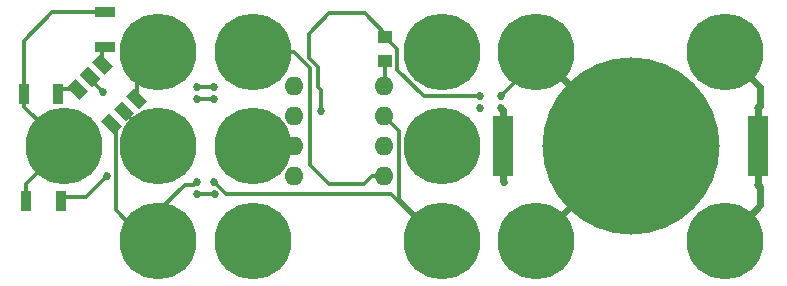
<source format=gtl>
G04 #@! TF.FileFunction,Copper,L1,Top,Signal*
%FSLAX46Y46*%
G04 Gerber Fmt 4.6, Leading zero omitted, Abs format (unit mm)*
G04 Created by KiCad (PCBNEW (2015-08-15 BZR 6092)-product) date 3/13/2016 3:57:28 PM*
%MOMM*%
G01*
G04 APERTURE LIST*
%ADD10C,0.100000*%
%ADD11C,6.500000*%
%ADD12O,1.600000X1.600000*%
%ADD13R,1.250000X1.000000*%
%ADD14R,0.900000X1.700000*%
%ADD15R,1.700000X0.900000*%
%ADD16C,15.000000*%
%ADD17R,1.778000X5.080000*%
%ADD18C,0.685800*%
%ADD19C,0.304800*%
%ADD20C,0.609600*%
G04 APERTURE END LIST*
D10*
G36*
X116452513Y-41938299D02*
X115391853Y-40877639D01*
X116098959Y-40170533D01*
X117159619Y-41231193D01*
X116452513Y-41938299D01*
X116452513Y-41938299D01*
G37*
G36*
X115391853Y-42998959D02*
X114331193Y-41938299D01*
X115038299Y-41231193D01*
X116098959Y-42291853D01*
X115391853Y-42998959D01*
X115391853Y-42998959D01*
G37*
G36*
X114331193Y-44059619D02*
X113270533Y-42998959D01*
X113977639Y-42291853D01*
X115038299Y-43352513D01*
X114331193Y-44059619D01*
X114331193Y-44059619D01*
G37*
G36*
X117230330Y-46958757D02*
X116169670Y-45898097D01*
X116876776Y-45190991D01*
X117937436Y-46251651D01*
X117230330Y-46958757D01*
X117230330Y-46958757D01*
G37*
G36*
X118290991Y-45898097D02*
X117230331Y-44837437D01*
X117937437Y-44130331D01*
X118998097Y-45190991D01*
X118290991Y-45898097D01*
X118290991Y-45898097D01*
G37*
G36*
X119351651Y-44837436D02*
X118290991Y-43776776D01*
X118998097Y-43069670D01*
X120058757Y-44130330D01*
X119351651Y-44837436D01*
X119351651Y-44837436D01*
G37*
D11*
X169000000Y-56000000D03*
X169000000Y-40000000D03*
X145000000Y-56000000D03*
D12*
X132500000Y-42900000D03*
X132500000Y-45440000D03*
X132500000Y-47980000D03*
X132500000Y-50520000D03*
X140120000Y-50520000D03*
X140120000Y-47980000D03*
X140120000Y-45440000D03*
X140120000Y-42900000D03*
D11*
X129000000Y-48000000D03*
X145000000Y-48000000D03*
X129000000Y-40000000D03*
X129000000Y-56000000D03*
X145000000Y-40000000D03*
X121000000Y-48000000D03*
X121000000Y-56000000D03*
X153000000Y-40000000D03*
X153000000Y-56000000D03*
X113000000Y-48000000D03*
X121000000Y-40000000D03*
D13*
X140250000Y-38750000D03*
X140250000Y-40750000D03*
D14*
X109650000Y-43600000D03*
X112550000Y-43600000D03*
X109850000Y-52600000D03*
X112750000Y-52600000D03*
D15*
X116500000Y-36650000D03*
X116500000Y-39550000D03*
D16*
X161000000Y-48000000D03*
D17*
X150205000Y-48000000D03*
X171795000Y-48000000D03*
D18*
X125800000Y-52000000D03*
X124250000Y-52000000D03*
X134750000Y-45000000D03*
X148250000Y-43750000D03*
X150000000Y-43750000D03*
X148250000Y-44750000D03*
X171750000Y-44750000D03*
X150000000Y-44750000D03*
X150250000Y-51000000D03*
X171750000Y-51250000D03*
X116700000Y-50500000D03*
X116300000Y-43400000D03*
X124250000Y-44000000D03*
X125750000Y-44000000D03*
X124250000Y-43000000D03*
X125750000Y-43000000D03*
X124250000Y-51000000D03*
X125750000Y-51000000D03*
D19*
X116500000Y-36650000D02*
X112050000Y-36650000D01*
X109650000Y-39050000D02*
X109650000Y-43600000D01*
X112050000Y-36650000D02*
X109650000Y-39050000D01*
X109650000Y-43600000D02*
X109650000Y-44650000D01*
X109650000Y-44650000D02*
X113000000Y-48000000D01*
X109850000Y-52600000D02*
X109850000Y-51150000D01*
X109850000Y-51150000D02*
X113000000Y-48000000D01*
X125800000Y-52000000D02*
X124250000Y-52000000D01*
D20*
X161000000Y-48000000D02*
X153000000Y-56000000D01*
X161000000Y-48000000D02*
X153000000Y-40000000D01*
D19*
X140250000Y-38750000D02*
X140250000Y-38500000D01*
X140250000Y-38500000D02*
X138500000Y-36750000D01*
X134750000Y-43250000D02*
X134750000Y-45000000D01*
X134500000Y-43000000D02*
X134750000Y-43250000D01*
X134500000Y-41250000D02*
X134500000Y-43000000D01*
X133750000Y-40500000D02*
X134500000Y-41250000D01*
X133750000Y-38500000D02*
X133750000Y-40500000D01*
X135500000Y-36750000D02*
X133750000Y-38500000D01*
X138500000Y-36750000D02*
X135500000Y-36750000D01*
X147000000Y-43750000D02*
X143500000Y-43750000D01*
X148250000Y-43750000D02*
X147000000Y-43750000D01*
X153000000Y-40750000D02*
X150000000Y-43750000D01*
X141250000Y-39750000D02*
X140250000Y-38750000D01*
X141250000Y-41500000D02*
X141250000Y-39750000D01*
X143500000Y-43750000D02*
X141250000Y-41500000D01*
X153000000Y-40000000D02*
X153000000Y-40750000D01*
X112950000Y-48050000D02*
X113000000Y-48000000D01*
D20*
X169000000Y-56000000D02*
X172000000Y-53000000D01*
X172000000Y-51410000D02*
X171795000Y-51205000D01*
X172000000Y-53000000D02*
X172000000Y-51410000D01*
X169000000Y-40000000D02*
X172000000Y-43000000D01*
X172000000Y-44590000D02*
X171795000Y-44795000D01*
X172000000Y-43000000D02*
X172000000Y-44590000D01*
X171795000Y-48000000D02*
X171795000Y-44795000D01*
X171795000Y-44795000D02*
X171750000Y-44750000D01*
X150205000Y-44955000D02*
X150205000Y-48000000D01*
X150000000Y-44750000D02*
X150205000Y-44955000D01*
X171795000Y-48000000D02*
X171795000Y-51205000D01*
X150205000Y-50955000D02*
X150205000Y-48000000D01*
X150250000Y-51000000D02*
X150205000Y-50955000D01*
X171795000Y-51205000D02*
X171750000Y-51250000D01*
D19*
X140250000Y-40750000D02*
X140250000Y-42770000D01*
X140250000Y-42770000D02*
X140120000Y-42900000D01*
X115215076Y-42315076D02*
X116300000Y-43400000D01*
X114900000Y-52300000D02*
X113050000Y-52300000D01*
X116700000Y-50500000D02*
X114900000Y-52300000D01*
X115215076Y-42115076D02*
X115215076Y-42315076D01*
X129000000Y-48000000D02*
X132480000Y-48000000D01*
X132480000Y-48000000D02*
X132500000Y-47980000D01*
X116275736Y-41054416D02*
X116275736Y-39774264D01*
X116275736Y-39774264D02*
X116500000Y-39550000D01*
X116275736Y-39674264D02*
X116500000Y-39450000D01*
X116781802Y-39731802D02*
X116500000Y-39450000D01*
X114154416Y-43175736D02*
X112974264Y-43175736D01*
X112974264Y-43175736D02*
X112550000Y-43600000D01*
X112800000Y-43500000D02*
X112450000Y-43500000D01*
X118114214Y-45014214D02*
X118114214Y-45114214D01*
X118114214Y-45114214D02*
X121000000Y-48000000D01*
X125750000Y-44000000D02*
X124250000Y-44000000D01*
X144980000Y-47980000D02*
X145000000Y-48000000D01*
X119174874Y-43953553D02*
X119174874Y-41825126D01*
X119174874Y-41825126D02*
X121000000Y-40000000D01*
X125750000Y-43000000D02*
X124250000Y-43000000D01*
X140120000Y-50520000D02*
X139080000Y-50520000D01*
X132500000Y-40000000D02*
X129000000Y-40000000D01*
X133900000Y-41400000D02*
X132500000Y-40000000D01*
X133900000Y-49600000D02*
X133900000Y-41400000D01*
X135500000Y-51200000D02*
X133900000Y-49600000D01*
X138400000Y-51200000D02*
X135500000Y-51200000D01*
X139080000Y-50520000D02*
X138400000Y-51200000D01*
X118873833Y-42126167D02*
X121000000Y-40000000D01*
X121000000Y-56000000D02*
X120000000Y-56000000D01*
X120000000Y-56000000D02*
X117400000Y-53400000D01*
X117400000Y-53400000D02*
X117400000Y-46421321D01*
X117400000Y-46421321D02*
X117053553Y-46074874D01*
X140725000Y-52025000D02*
X126775000Y-52025000D01*
X123250000Y-51250000D02*
X121000000Y-53500000D01*
X124000000Y-51250000D02*
X123250000Y-51250000D01*
X124250000Y-51000000D02*
X124000000Y-51250000D01*
X126775000Y-52025000D02*
X125750000Y-51000000D01*
X121000000Y-53500000D02*
X121000000Y-56000000D01*
X145000000Y-56000000D02*
X144900000Y-56000000D01*
X144900000Y-56000000D02*
X141400000Y-52500000D01*
X141400000Y-46720000D02*
X140120000Y-45440000D01*
X141400000Y-52500000D02*
X141400000Y-46720000D01*
X145000000Y-56000000D02*
X144700000Y-56000000D01*
X144700000Y-56000000D02*
X140725000Y-52025000D01*
X140725000Y-52025000D02*
X140700000Y-52000000D01*
X140120000Y-45440000D02*
X139840000Y-45440000D01*
M02*

</source>
